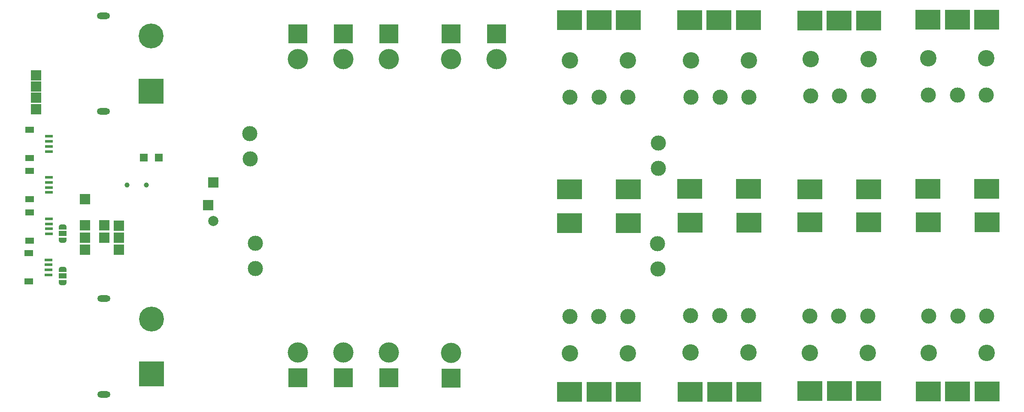
<source format=gbr>
%TF.GenerationSoftware,KiCad,Pcbnew,(6.0.10-0)*%
%TF.CreationDate,2023-02-23T20:38:25-08:00*%
%TF.ProjectId,1.0,312e302e-6b69-4636-9164-5f7063625858,rev?*%
%TF.SameCoordinates,Original*%
%TF.FileFunction,Soldermask,Bot*%
%TF.FilePolarity,Negative*%
%FSLAX46Y46*%
G04 Gerber Fmt 4.6, Leading zero omitted, Abs format (unit mm)*
G04 Created by KiCad (PCBNEW (6.0.10-0)) date 2023-02-23 20:38:25*
%MOMM*%
%LPD*%
G01*
G04 APERTURE LIST*
G04 Aperture macros list*
%AMFreePoly0*
4,1,22,0.550000,-0.750000,0.000000,-0.750000,0.000000,-0.745033,-0.079941,-0.743568,-0.215256,-0.701293,-0.333266,-0.622738,-0.424486,-0.514219,-0.481581,-0.384460,-0.499164,-0.250000,-0.500000,-0.250000,-0.500000,0.250000,-0.499164,0.250000,-0.499963,0.256109,-0.478152,0.396186,-0.417904,0.524511,-0.324060,0.630769,-0.204165,0.706417,-0.067858,0.745374,0.000000,0.744959,0.000000,0.750000,
0.550000,0.750000,0.550000,-0.750000,0.550000,-0.750000,$1*%
%AMFreePoly1*
4,1,20,0.000000,0.744959,0.073905,0.744508,0.209726,0.703889,0.328688,0.626782,0.421226,0.519385,0.479903,0.390333,0.500000,0.250000,0.500000,-0.250000,0.499851,-0.262216,0.476331,-0.402017,0.414519,-0.529596,0.319384,-0.634700,0.198574,-0.708877,0.061801,-0.746166,0.000000,-0.745033,0.000000,-0.750000,-0.550000,-0.750000,-0.550000,0.750000,0.000000,0.750000,0.000000,0.744959,
0.000000,0.744959,$1*%
G04 Aperture macros list end*
%ADD10R,3.800000X3.800000*%
%ADD11C,4.000000*%
%ADD12R,1.500000X1.500000*%
%ADD13C,3.250000*%
%ADD14C,3.000000*%
%ADD15C,1.000000*%
%ADD16O,2.600000X1.300000*%
%ADD17R,4.916000X4.916000*%
%ADD18C,4.916000*%
%ADD19R,2.000000X2.000000*%
%ADD20C,2.000000*%
%ADD21R,1.800000X1.200000*%
%ADD22R,1.550000X0.600000*%
%ADD23R,5.000000X4.000000*%
%ADD24FreePoly0,90.000000*%
%ADD25R,1.500000X1.000000*%
%ADD26FreePoly1,90.000000*%
G04 APERTURE END LIST*
D10*
%TO.C,U22*%
X223200000Y-106150000D03*
D11*
X223200000Y-111150000D03*
%TD*%
D12*
%TO.C,P2*%
X174800000Y-130600000D03*
%TD*%
D10*
%TO.C,U17*%
X223200000Y-174150000D03*
D11*
X223200000Y-169150000D03*
%TD*%
D10*
%TO.C,U20*%
X205200000Y-106150000D03*
D11*
X205200000Y-111150000D03*
%TD*%
D13*
%TO.C,J10*%
X317800000Y-111130000D03*
X306400000Y-111130000D03*
D14*
X317800000Y-118430000D03*
X312100000Y-118430000D03*
X306400000Y-118430000D03*
%TD*%
D12*
%TO.C,P1*%
X177775000Y-130600000D03*
%TD*%
D10*
%TO.C,U23*%
X235400000Y-174200000D03*
D11*
X235400000Y-169200000D03*
%TD*%
D14*
%TO.C,C5*%
X196840000Y-152530000D03*
X196790000Y-147530000D03*
%TD*%
D10*
%TO.C,U18*%
X214200000Y-174150000D03*
D11*
X214200000Y-169150000D03*
%TD*%
D13*
%TO.C,J12*%
X341090000Y-169195000D03*
X329690000Y-169195000D03*
D14*
X329690000Y-161895000D03*
X335390000Y-161895000D03*
X341090000Y-161895000D03*
%TD*%
D15*
%TO.C,U1*%
X171545000Y-136060039D03*
X175355000Y-136060039D03*
%TD*%
D14*
%TO.C,C10*%
X195750000Y-125840000D03*
X195800000Y-130840000D03*
%TD*%
D16*
%TO.C,U16*%
X166890000Y-102560000D03*
X166890000Y-121460000D03*
D17*
X176290000Y-117460000D03*
D18*
X176290000Y-106560000D03*
%TD*%
D13*
%TO.C,J13*%
X270290000Y-169295000D03*
X258890000Y-169295000D03*
D14*
X258890000Y-161995000D03*
X264590000Y-161995000D03*
X270290000Y-161995000D03*
%TD*%
%TO.C,C9*%
X276300000Y-127700000D03*
X276350000Y-132700000D03*
%TD*%
D13*
%TO.C,J15*%
X317630000Y-169250000D03*
X306230000Y-169250000D03*
D14*
X306230000Y-161950000D03*
X311930000Y-161950000D03*
X317630000Y-161950000D03*
%TD*%
%TO.C,C6*%
X276175000Y-147600000D03*
X276225000Y-152600000D03*
%TD*%
D10*
%TO.C,U24*%
X235400000Y-106150000D03*
D11*
X235400000Y-111150000D03*
%TD*%
D10*
%TO.C,U25*%
X244400000Y-106150000D03*
D11*
X244400000Y-111150000D03*
%TD*%
D13*
%TO.C,J9*%
X282785000Y-111355000D03*
X294185000Y-111355000D03*
D14*
X294185000Y-118655000D03*
X288485000Y-118655000D03*
X282785000Y-118655000D03*
%TD*%
D13*
%TO.C,J8*%
X270310000Y-111405000D03*
X258910000Y-111405000D03*
D14*
X270310000Y-118705000D03*
X264610000Y-118705000D03*
X258910000Y-118705000D03*
%TD*%
D16*
%TO.C,U15*%
X166950000Y-158500000D03*
X166950000Y-177400000D03*
D17*
X176350000Y-173400000D03*
D18*
X176350000Y-162500000D03*
%TD*%
D10*
%TO.C,U19*%
X205200000Y-174150000D03*
D11*
X205200000Y-169150000D03*
%TD*%
D10*
%TO.C,U21*%
X214200000Y-106150000D03*
D11*
X214200000Y-111150000D03*
%TD*%
D19*
%TO.C,SP1*%
X188550000Y-135550000D03*
D20*
X188550000Y-143150000D03*
%TD*%
D13*
%TO.C,J14*%
X294109169Y-169150000D03*
X282709169Y-169150000D03*
D14*
X282709169Y-161850000D03*
X288409169Y-161850000D03*
X294109169Y-161850000D03*
%TD*%
D13*
%TO.C,J11*%
X341015831Y-110950000D03*
X329615831Y-110950000D03*
D14*
X341015831Y-118250000D03*
X335315831Y-118250000D03*
X329615831Y-118250000D03*
%TD*%
D19*
%TO.C,TP11*%
X163200000Y-146400000D03*
%TD*%
D21*
%TO.C,J4*%
X152162500Y-155100000D03*
X152162500Y-149500000D03*
D22*
X156037500Y-153800000D03*
X156037500Y-152800000D03*
X156037500Y-151800000D03*
X156037500Y-150800000D03*
%TD*%
D23*
%TO.C,U27*%
X282510831Y-136805000D03*
X294110831Y-136805000D03*
X282510831Y-103405000D03*
X288310831Y-103405000D03*
X294110831Y-103405000D03*
%TD*%
%TO.C,U32*%
X294219169Y-143505000D03*
X282619169Y-143505000D03*
X294219169Y-176905000D03*
X288419169Y-176905000D03*
X282619169Y-176905000D03*
%TD*%
%TO.C,U33*%
X317819169Y-143355000D03*
X306219169Y-143355000D03*
X317819169Y-176755000D03*
X312019169Y-176755000D03*
X306219169Y-176755000D03*
%TD*%
%TO.C,U31*%
X270420831Y-143555000D03*
X258820831Y-143555000D03*
X270420831Y-176955000D03*
X264620831Y-176955000D03*
X258820831Y-176955000D03*
%TD*%
D24*
%TO.C,JP2*%
X158800000Y-155300000D03*
D25*
X158800000Y-154000000D03*
D26*
X158800000Y-152700000D03*
%TD*%
D19*
%TO.C,TP13*%
X163200000Y-138850000D03*
%TD*%
D23*
%TO.C,U29*%
X329526662Y-136745000D03*
X341126662Y-136745000D03*
X329526662Y-103345000D03*
X335326662Y-103345000D03*
X341126662Y-103345000D03*
%TD*%
%TO.C,U26*%
X258805831Y-136845000D03*
X270405831Y-136845000D03*
X258805831Y-103445000D03*
X264605831Y-103445000D03*
X270405831Y-103445000D03*
%TD*%
D19*
%TO.C,TP5*%
X153560000Y-116570000D03*
%TD*%
%TO.C,TP6*%
X153560000Y-118770000D03*
%TD*%
%TO.C,TP4*%
X169875000Y-146400000D03*
%TD*%
D21*
%TO.C,J3*%
X152262500Y-147000000D03*
X152262500Y-141400000D03*
D22*
X156137500Y-145700000D03*
X156137500Y-144700000D03*
X156137500Y-143700000D03*
X156137500Y-142700000D03*
%TD*%
D23*
%TO.C,U30*%
X341150000Y-143400000D03*
X329550000Y-143400000D03*
X341150000Y-176800000D03*
X335350000Y-176800000D03*
X329550000Y-176800000D03*
%TD*%
D19*
%TO.C,TP7*%
X169875000Y-148800000D03*
%TD*%
%TO.C,TP9*%
X153570000Y-121060000D03*
%TD*%
%TO.C,TP12*%
X167050000Y-144000000D03*
%TD*%
%TO.C,TP3*%
X167050000Y-146400000D03*
%TD*%
%TO.C,TP14*%
X163200000Y-144000000D03*
%TD*%
%TO.C,TP10*%
X153560000Y-114370000D03*
%TD*%
D23*
%TO.C,U28*%
X306188338Y-136885000D03*
X317788338Y-136885000D03*
X306188338Y-103485000D03*
X311988338Y-103485000D03*
X317788338Y-103485000D03*
%TD*%
D19*
%TO.C,TP15*%
X163225000Y-148800000D03*
%TD*%
%TO.C,TP16*%
X187500000Y-140000000D03*
%TD*%
D21*
%TO.C,J6*%
X152262500Y-138800000D03*
X152262500Y-133200000D03*
D22*
X156137500Y-137500000D03*
X156137500Y-136500000D03*
X156137500Y-135500000D03*
X156137500Y-134500000D03*
%TD*%
D24*
%TO.C,JP1*%
X158800000Y-146925000D03*
D25*
X158800000Y-145625000D03*
D26*
X158800000Y-144325000D03*
%TD*%
D19*
%TO.C,TP8*%
X169900000Y-144025000D03*
%TD*%
D21*
%TO.C,J5*%
X152262500Y-130700000D03*
X152262500Y-125100000D03*
D22*
X156137500Y-129400000D03*
X156137500Y-128400000D03*
X156137500Y-127400000D03*
X156137500Y-126400000D03*
%TD*%
M02*

</source>
